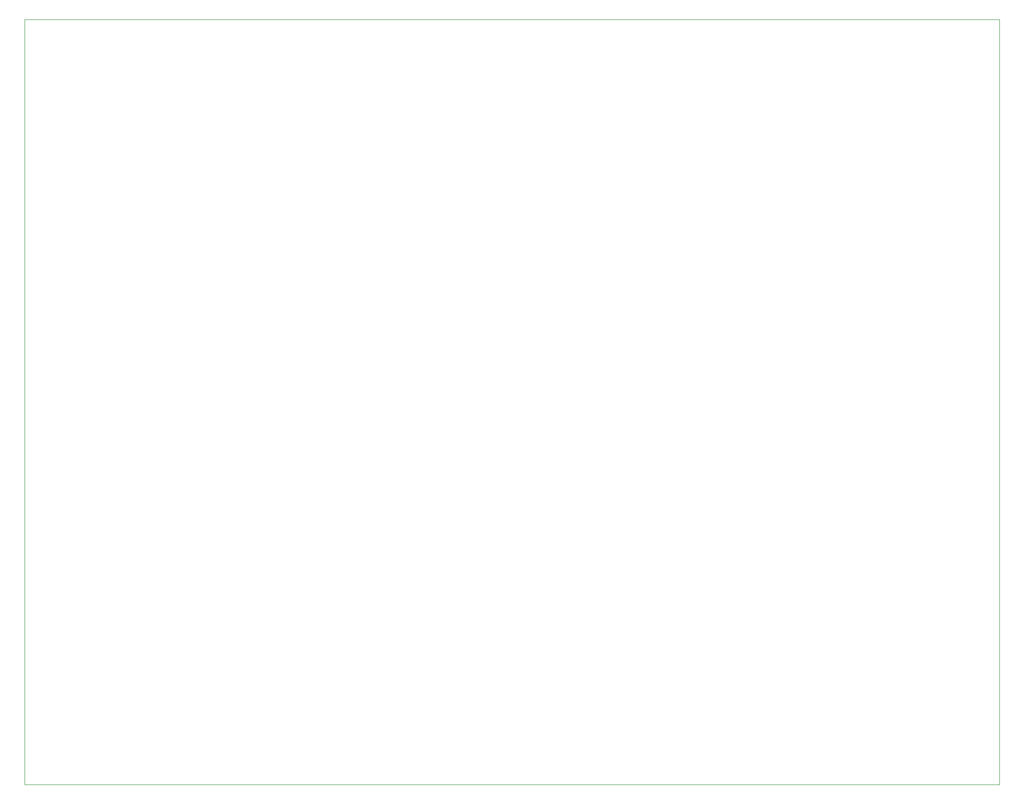
<source format=gm1>
%TF.GenerationSoftware,KiCad,Pcbnew,5.1.12-84ad8e8a86~92~ubuntu18.04.1*%
%TF.CreationDate,2021-11-25T10:44:01-05:00*%
%TF.ProjectId,vectron_vga_plus_design,76656374-726f-46e5-9f76-67615f706c75,rev?*%
%TF.SameCoordinates,Original*%
%TF.FileFunction,Profile,NP*%
%FSLAX46Y46*%
G04 Gerber Fmt 4.6, Leading zero omitted, Abs format (unit mm)*
G04 Created by KiCad (PCBNEW 5.1.12-84ad8e8a86~92~ubuntu18.04.1) date 2021-11-25 10:44:01*
%MOMM*%
%LPD*%
G01*
G04 APERTURE LIST*
%TA.AperFunction,Profile*%
%ADD10C,0.100000*%
%TD*%
G04 APERTURE END LIST*
D10*
X576580000Y-477520000D02*
X576580000Y-617220000D01*
X398780000Y-477520000D02*
X576580000Y-477520000D01*
X398780000Y-617220000D02*
X398780000Y-477520000D01*
X576580000Y-617220000D02*
X398780000Y-617220000D01*
M02*

</source>
